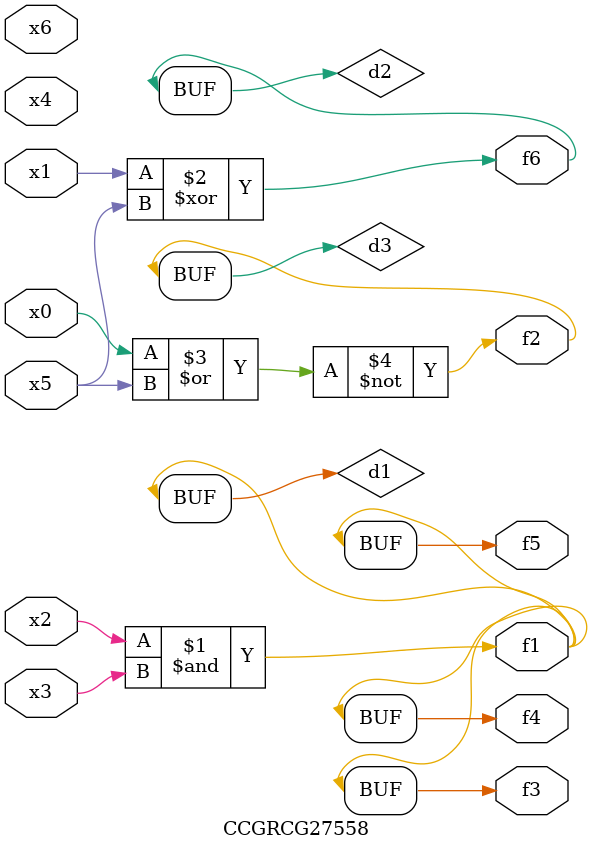
<source format=v>
module CCGRCG27558(
	input x0, x1, x2, x3, x4, x5, x6,
	output f1, f2, f3, f4, f5, f6
);

	wire d1, d2, d3;

	and (d1, x2, x3);
	xor (d2, x1, x5);
	nor (d3, x0, x5);
	assign f1 = d1;
	assign f2 = d3;
	assign f3 = d1;
	assign f4 = d1;
	assign f5 = d1;
	assign f6 = d2;
endmodule

</source>
